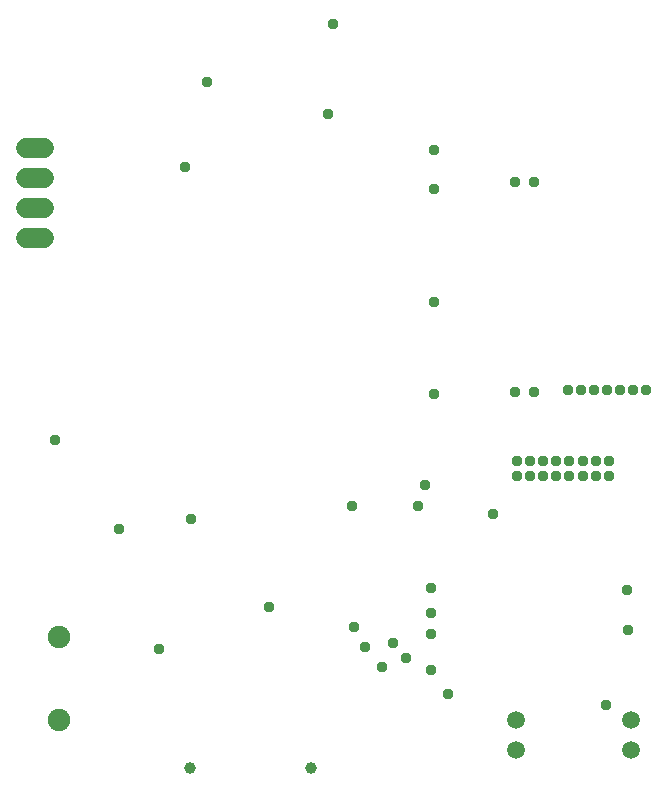
<source format=gbr>
G04 EAGLE Gerber RS-274X export*
G75*
%MOMM*%
%FSLAX34Y34*%
%LPD*%
%INSoldermask Bottom*%
%IPPOS*%
%AMOC8*
5,1,8,0,0,1.08239X$1,22.5*%
G01*
%ADD10C,1.511200*%
%ADD11C,1.903200*%
%ADD12C,1.727200*%
%ADD13C,1.003200*%
%ADD14C,0.959600*%


D10*
X461088Y71038D03*
X558088Y71038D03*
X461088Y46038D03*
X558088Y46038D03*
D11*
X74613Y71513D03*
X74613Y141513D03*
D12*
X61595Y555625D02*
X46355Y555625D01*
X46355Y530225D02*
X61595Y530225D01*
X61595Y504825D02*
X46355Y504825D01*
X46355Y479425D02*
X61595Y479425D01*
D13*
X185538Y30450D03*
X287538Y30450D03*
D14*
X461963Y277813D03*
X461963Y290513D03*
X473075Y290513D03*
X473075Y277813D03*
X484188Y290513D03*
X484188Y277813D03*
X495300Y277813D03*
X495300Y290513D03*
X506413Y290513D03*
X506413Y277813D03*
X517525Y277813D03*
X517525Y290513D03*
X528638Y290513D03*
X528638Y277813D03*
X539750Y290513D03*
X539750Y277813D03*
X504825Y350838D03*
X515938Y350838D03*
X527050Y350838D03*
X538163Y350838D03*
X549275Y350838D03*
X560388Y350838D03*
X571500Y350838D03*
X441325Y245269D03*
X322263Y252413D03*
X180975Y539750D03*
X185738Y241300D03*
X125413Y233363D03*
X70644Y307975D03*
X323850Y150019D03*
X252413Y166688D03*
X537369Y84138D03*
X158750Y131763D03*
X199775Y611350D03*
X403225Y93663D03*
X357188Y136525D03*
X333375Y133350D03*
X347663Y115888D03*
X368300Y123825D03*
X388938Y183356D03*
X388938Y161925D03*
X388938Y113506D03*
X388938Y144463D03*
X476250Y527050D03*
X476250Y349250D03*
X555145Y180975D03*
X555625Y147638D03*
X460375Y527050D03*
X460375Y349250D03*
X301625Y584200D03*
X306388Y660400D03*
X378425Y252413D03*
X384175Y269875D03*
X392113Y347663D03*
X392113Y425450D03*
X392113Y520700D03*
X392113Y554038D03*
M02*

</source>
